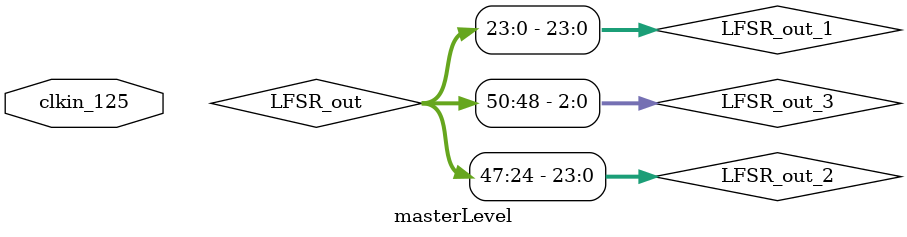
<source format=v>
`timescale 1 ps / 1 ps


module masterLevel

#(
	parameter LFSR_SIZE = 32,
	parameter no_of_digits = 8,
	parameter radix_bits = 3, // = 1+log2(radix) 
	parameter radix = 4,
	parameter no_of_mem_bits = 3,
	parameter address_width = 14, // = floor(log2(floor(5662720/(no_of_digits+1)/radix_bits/burst_index))) 
	parameter max_ram_address = 16384, // = 2^address_width 
	parameter burst_index = 8,
	parameter target_frequency = "400.000000 MHz",
	parameter target_frequency_2 = "50.000000 MHz" // = target_frequency/burst_index 
)

(
	clkin_125,
);

	localparam no_of_bits = no_of_digits * radix_bits;
	
	input wire clkin_125;
	wire variable_clk;
	wire variable_clk_2;
	wire reset;

//	assign clk = clk_100MHz;

	
	wire ctrl_clk;
	wire [(no_of_digits+1)*radix_bits-1:0] DUT_out;
	wire [(no_of_digits+1)*radix_bits*burst_index-1:0] mem_read;
	wire [(no_of_digits+1)*radix_bits*burst_index-1:0] mem_in;
	wire [(no_of_digits*2+1)*radix_bits-1:0] LFSR_out;
	wire [no_of_bits-1:0] LFSR_out_1, LFSR_out_2;
	wire [radix_bits-1:0] LFSR_out_3;
	wire [no_of_digits*radix_bits-1:0] DUT_dout;
	wire [radix_bits-1:0] DUT_cout;
	wire [address_width-1:0] ram_addr;


	wire pll_locked;
	reg pll_rst;

	wire enable;
	wire enable_2;
	wire transfer_done;
	
	
//	LFSRBlock #(no_of_digits, LFSR_SIZE, 0, radix_bits) LFSR_1 (
//		.clk(ctrl_clk),
//		.enable(1'b1),
////		.enable(enable_2),
//		.out(LFSR_out_1)
//	);
//	
//	LFSRBlock #(no_of_digits, LFSR_SIZE, 1451698946, radix_bits) LFSR_2 (
//		.clk(ctrl_clk),
//		.enable(1'b1),
////		.enable(enable_2),
//		.out(LFSR_out_2)
//	);
//	
//	LFSRBlock #(1, LFSR_SIZE, 1537598292, radix_bits) LFSR_3 (
//		.clk(ctrl_clk),
//		.enable(1'b1),
////		.enable(enable_2),
//		.out(LFSR_out_3)
//	);
	

	
	LFSRBlock #(no_of_digits+no_of_digits+1, LFSR_SIZE, 0, radix_bits) LFSR_1 (
		.clk(ctrl_clk),
		.enable(1'b1),
//		.enable(enable_2),
		.out(LFSR_out)
	);
		
	assign LFSR_out_1 = LFSR_out[no_of_bits-1:0];
	assign LFSR_out_2 = LFSR_out[no_of_bits*2-1:no_of_bits];
	assign LFSR_out_3 = LFSR_out[no_of_bits*2+radix_bits-1:no_of_bits*2];
	
	radix4adder_new #(no_of_digits, radix_bits, radix) DUT_1(
		.din1(LFSR_out_1),
		.din2(LFSR_out_2),
		.cin(LFSR_out_3),
		.dout(DUT_dout),
		.cout(DUT_cout)
	);
	
	assign DUT_out = {DUT_cout, DUT_dout};

//	assign DUT_out = {3'b000, LFSR_out_2};


	concatenateDout #(no_of_digits, radix_bits, burst_index) concatenateDout_1 (
		.Dout(DUT_out),
		.variable_clk(variable_clk),
		.mem_in(mem_in)
	);
	
	ramAddress #(address_width, max_ram_address, burst_index) ramAddress_1 (
		.clk(variable_clk_2),
		.ram_addr(ram_addr),
		.enable(enable),
		.reset(reset)
	);
	
	onChipRam #(no_of_digits, radix_bits, address_width, max_ram_address, burst_index) RAM_1(
		.clock(variable_clk_2),
		.address(ram_addr),
		.data(mem_in),
		.wren(enable_2&enable),
		.q(mem_read)
	);
	
	memCopyDetector #(no_of_mem_bits) memCopyDetector_1(
		.data_in(mem_read[no_of_mem_bits-1:0]),
		.enable(enable),
		.clk(variable_clk),
		.transfer_done(transfer_done)
	);
	
//	assign ctrl_clk = clkin_50;

	clockEnablePLL clk_enable_pll (
		.inclk(variable_clk),  //  altclkctrl_input.inclk
		.ena(enable_2),    //                  .ena
		.outclk(ctrl_clk)  // altclkctrl_output.outclk
	);
	
//	assign variable_clk = clkin_50;
	
	pll3 #(target_frequency) pll_2(
		.refclk(clkin_125),   //  refclk.clk
		.rst(pll_rst),      //   reset.reset
		.outclk_0(variable_clk), // outclk0.clk
		.outclk_1(variable_clk_2),
		.locked(pll_locked) 
	);
	

	ctr_block #(address_width, max_ram_address, burst_index) ctr_block_1(
		.variable_clk_2(variable_clk_2),
		.enable(enable),
		.enable_2(enable_2),
		.reset(reset),
		.transfer_done(transfer_done)
	);
	
endmodule

</source>
